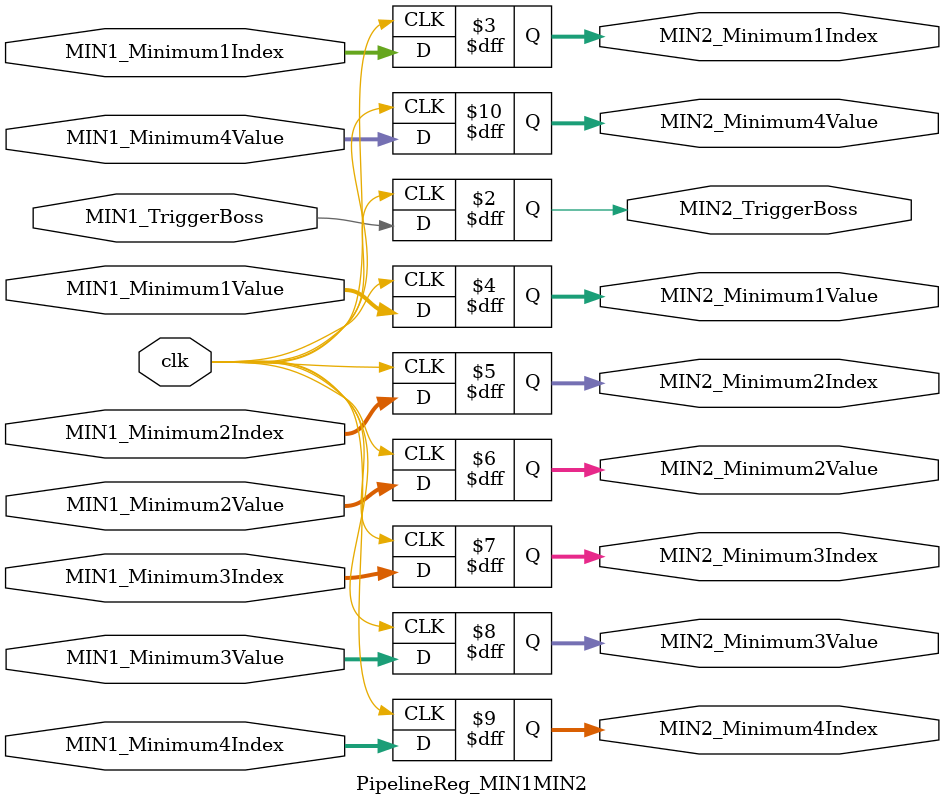
<source format=v>
`timescale 1ns / 1ps

module PipelineReg_MIN1MIN2(
    input clk,
    input MIN1_TriggerBoss,
    input [15:0] MIN1_Minimum1Index,
    input [13:0] MIN1_Minimum1Value,
    input [15:0] MIN1_Minimum2Index,
    input [13:0] MIN1_Minimum2Value,
    input [15:0] MIN1_Minimum3Index,
    input [13:0] MIN1_Minimum3Value,
    input [15:0] MIN1_Minimum4Index,
    input [13:0] MIN1_Minimum4Value,
    output reg MIN2_TriggerBoss,
    output reg [15:0] MIN2_Minimum1Index,
    output reg [13:0] MIN2_Minimum1Value,
    output reg [15:0] MIN2_Minimum2Index,
    output reg [13:0] MIN2_Minimum2Value,
    output reg [15:0] MIN2_Minimum3Index,
    output reg [13:0] MIN2_Minimum3Value,
    output reg [15:0] MIN2_Minimum4Index,
    output reg [13:0] MIN2_Minimum4Value
);

always @(posedge clk) begin
    MIN2_TriggerBoss <= MIN1_TriggerBoss;
    MIN2_Minimum1Index <= MIN1_Minimum1Index;
    MIN2_Minimum1Value <= MIN1_Minimum1Value;
    MIN2_Minimum2Index <= MIN1_Minimum2Index;
    MIN2_Minimum2Value <= MIN1_Minimum2Value;
    MIN2_Minimum3Index <= MIN1_Minimum3Index;
    MIN2_Minimum3Value <= MIN1_Minimum3Value;
    MIN2_Minimum4Index <= MIN1_Minimum4Index;
    MIN2_Minimum4Value <= MIN1_Minimum4Value;
end

endmodule
</source>
